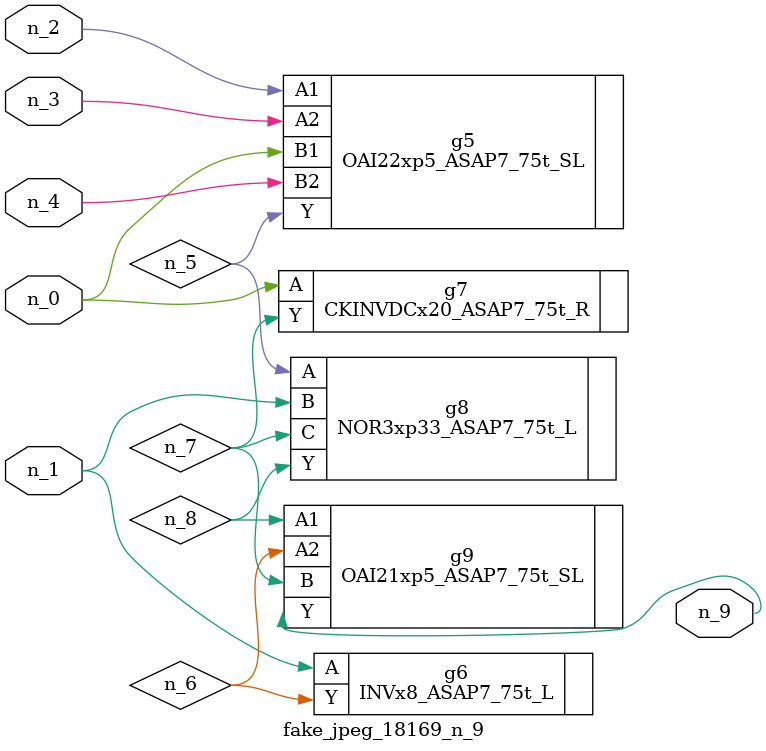
<source format=v>
module fake_jpeg_18169_n_9 (n_3, n_2, n_1, n_0, n_4, n_9);

input n_3;
input n_2;
input n_1;
input n_0;
input n_4;

output n_9;

wire n_8;
wire n_6;
wire n_5;
wire n_7;

OAI22xp5_ASAP7_75t_SL g5 ( 
.A1(n_2),
.A2(n_3),
.B1(n_0),
.B2(n_4),
.Y(n_5)
);

INVx8_ASAP7_75t_L g6 ( 
.A(n_1),
.Y(n_6)
);

CKINVDCx20_ASAP7_75t_R g7 ( 
.A(n_0),
.Y(n_7)
);

NOR3xp33_ASAP7_75t_L g8 ( 
.A(n_5),
.B(n_1),
.C(n_7),
.Y(n_8)
);

OAI21xp5_ASAP7_75t_SL g9 ( 
.A1(n_8),
.A2(n_6),
.B(n_7),
.Y(n_9)
);


endmodule
</source>
